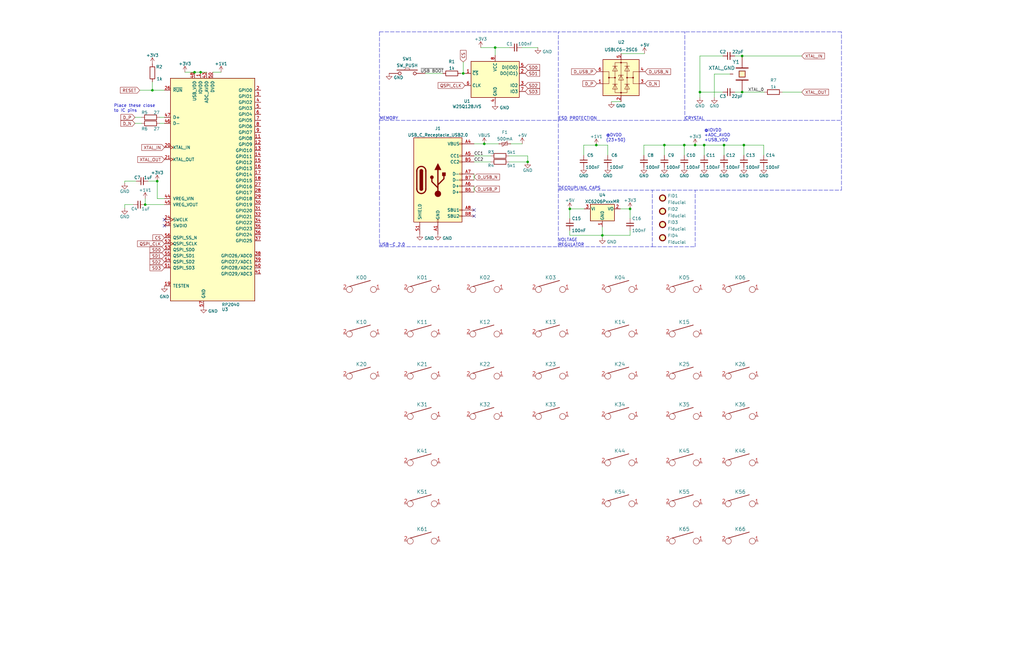
<source format=kicad_sch>
(kicad_sch (version 20211123) (generator eeschema)
  (paper "B")
  (lib_symbols
    (symbol "Connector:USB_C_Receptacle_USB2.0" (pin_names (offset 1.016))
      (property "Reference" "J" (at -10.16 19.05 0))
      (property "Value" "USB_C_Receptacle_USB2.0" (at 19.05 19.05 0))
      (symbol "USB_C_Receptacle_USB2.0_0_0"
        (rectangle (start -0.254 -17.78) (end 0.254 -16.764))
        (rectangle (start 10.16 -14.986) (end 9.144 -15.494))
        (rectangle (start 10.16 -12.446) (end 9.144 -12.954))
        (rectangle (start 10.16 -4.826) (end 9.144 -5.334))
        (rectangle (start 10.16 -2.286) (end 9.144 -2.794))
        (rectangle (start 10.16 0.254) (end 9.144 -0.254))
        (rectangle (start 10.16 2.794) (end 9.144 2.286))
        (rectangle (start 10.16 7.874) (end 9.144 7.366))
        (rectangle (start 10.16 10.414) (end 9.144 9.906))
        (rectangle (start 10.16 15.494) (end 9.144 14.986))
      )
      (symbol "USB_C_Receptacle_USB2.0_0_1"
        (rectangle (start -10.16 17.78) (end 10.16 -17.78) (stroke (width 0.254)) (fill (type background)))
        (arc (start -8.89 -3.81) (mid -6.985 -5.715) (end -5.08 -3.81) (stroke (width 0.508)))
        (arc (start -7.62 -3.81) (mid -6.985 -4.445) (end -6.35 -3.81) (stroke (width 0.254)))
        (arc (start -7.62 -3.81) (mid -6.985 -4.445) (end -6.35 -3.81) (stroke (width 0.254)) (fill (type outline)))
        (rectangle (start -7.62 -3.81) (end -6.35 3.81) (stroke (width 0.254)) (fill (type outline)))
        (arc (start -6.35 3.81) (mid -6.985 4.445) (end -7.62 3.81) (stroke (width 0.254)))
        (arc (start -6.35 3.81) (mid -6.985 4.445) (end -7.62 3.81) (stroke (width 0.254)) (fill (type outline)))
        (arc (start -5.08 3.81) (mid -6.985 5.715) (end -8.89 3.81) (stroke (width 0.508)))
        (circle (center -2.54 1.143) (radius 0.635) (stroke (width 0.254)) (fill (type outline)))
        (circle (center 0 -5.842) (radius 1.27) (fill (type outline)))
        (polyline (pts (xy -8.89 -3.81) (xy -8.89 3.81)) (stroke (width 0.508)))
        (polyline (pts (xy -5.08 3.81) (xy -5.08 -3.81)) (stroke (width 0.508)))
        (polyline (pts (xy 0 -5.842) (xy 0 4.318)) (stroke (width 0.508)))
        (polyline (pts (xy 0 -3.302) (xy -2.54 -0.762) (xy -2.54 0.508)) (stroke (width 0.508)))
        (polyline (pts (xy 0 -2.032) (xy 2.54 0.508) (xy 2.54 1.778)) (stroke (width 0.508)))
        (polyline (pts (xy -1.27 4.318) (xy 0 6.858) (xy 1.27 4.318) (xy -1.27 4.318)) (stroke (width 0.254)) (fill (type outline)))
        (rectangle (start 1.905 1.778) (end 3.175 3.048) (stroke (width 0.254)) (fill (type outline)))
      )
      (symbol "USB_C_Receptacle_USB2.0_1_1"
        (pin passive line (at 0 -22.86 90) (length 5.08) (name "GND") (number "A1"))
        (pin passive line (at 0 -22.86 90) (length 5.08) hide (name "GND") (number "A12"))
        (pin passive line (at 15.24 15.24 180) (length 5.08) (name "VBUS") (number "A4"))
        (pin bidirectional line (at 15.24 10.16 180) (length 5.08) (name "CC1") (number "A5"))
        (pin bidirectional line (at 15.24 -2.54 180) (length 5.08) (name "D+") (number "A6"))
        (pin bidirectional line (at 15.24 2.54 180) (length 5.08) (name "D-") (number "A7"))
        (pin bidirectional line (at 15.24 -12.7 180) (length 5.08) (name "SBU1") (number "A8"))
        (pin passive line (at 15.24 15.24 180) (length 5.08) hide (name "VBUS") (number "A9"))
        (pin passive line (at 0 -22.86 90) (length 5.08) hide (name "GND") (number "B1"))
        (pin passive line (at 0 -22.86 90) (length 5.08) hide (name "GND") (number "B12"))
        (pin passive line (at 15.24 15.24 180) (length 5.08) hide (name "VBUS") (number "B4"))
        (pin bidirectional line (at 15.24 7.62 180) (length 5.08) (name "CC2") (number "B5"))
        (pin bidirectional line (at 15.24 -5.08 180) (length 5.08) (name "D+") (number "B6"))
        (pin bidirectional line (at 15.24 0 180) (length 5.08) (name "D-") (number "B7"))
        (pin bidirectional line (at 15.24 -15.24 180) (length 5.08) (name "SBU2") (number "B8"))
        (pin passive line (at 15.24 15.24 180) (length 5.08) hide (name "VBUS") (number "B9"))
        (pin passive line (at -7.62 -22.86 90) (length 5.08) (name "SHIELD") (number "S1"))
      )
    )
    (symbol "Device:C_Small" (pin_numbers hide) (pin_names (offset 0.254) hide)
      (property "Reference" "C" (at 0.254 1.778 0))
      (property "Value" "C_Small" (at 0.254 -2.032 0))
      (symbol "C_Small_0_1"
        (polyline (pts (xy -1.524 -0.508) (xy 1.524 -0.508)) (stroke (width 0.3302)))
        (polyline (pts (xy -1.524 0.508) (xy 1.524 0.508)) (stroke (width 0.3048)))
      )
      (symbol "C_Small_1_1"
        (pin passive line (at 0 2.54 270) (length 2.032) (name "~") (number "1"))
        (pin passive line (at 0 -2.54 90) (length 2.032) (name "~") (number "2"))
      )
    )
    (symbol "Device:Polyfuse_Small" (pin_numbers hide) (pin_names (offset 0))
      (property "Reference" "F" (at -1.905 0 90))
      (property "Value" "Polyfuse_Small" (at 1.905 0 90))
      (symbol "Polyfuse_Small_0_1"
        (rectangle (start -0.508 1.27) (end 0.508 -1.27))
        (polyline (pts (xy 0 2.54) (xy 0 -2.54)))
        (polyline (pts (xy -1.016 1.27) (xy -1.016 0.762) (xy 1.016 -0.762) (xy 1.016 -1.27)))
      )
      (symbol "Polyfuse_Small_1_1"
        (pin passive line (at 0 2.54 270) (length 0.635) (name "~") (number "1"))
        (pin passive line (at 0 -2.54 90) (length 0.635) (name "~") (number "2"))
      )
    )
    (symbol "Device:R" (pin_numbers hide) (pin_names (offset 0))
      (property "Reference" "R" (at 2.032 0 90))
      (property "Value" "R" (at 0 0 90))
      (symbol "R_0_1"
        (rectangle (start -1.016 -2.54) (end 1.016 2.54) (stroke (width 0.254)))
      )
      (symbol "R_1_1"
        (pin passive line (at 0 3.81 270) (length 1.27) (name "~") (number "1"))
        (pin passive line (at 0 -3.81 90) (length 1.27) (name "~") (number "2"))
      )
    )
    (symbol "Mechanical:Fiducial"
      (property "Reference" "FID" (at 0 5.08 0))
      (property "Value" "Fiducial" (at 0 3.175 0))
      (symbol "Fiducial_0_1"
        (circle (center 0 0) (radius 1.27) (stroke (width 0.508)) (fill (type background)))
      )
    )
    (symbol "Memory_Flash:W25Q128JVS"
      (property "Reference" "U" (at -8.89 8.89 0))
      (property "Value" "W25Q128JVS" (at 7.62 8.89 0))
      (symbol "W25Q128JVS_0_1"
        (rectangle (start -10.16 7.62) (end 10.16 -7.62) (stroke (width 0.254)) (fill (type background)))
      )
      (symbol "W25Q128JVS_1_1"
        (pin input line (at -12.7 2.54 0) (length 2.54) (name "~{CS}") (number "1"))
        (pin bidirectional line (at 12.7 2.54 180) (length 2.54) (name "DO(IO1)") (number "2"))
        (pin bidirectional line (at 12.7 -2.54 180) (length 2.54) (name "IO2") (number "3"))
        (pin power_in line (at 0 -10.16 90) (length 2.54) (name "GND") (number "4"))
        (pin bidirectional line (at 12.7 5.08 180) (length 2.54) (name "DI(IO0)") (number "5"))
        (pin input line (at -12.7 -2.54 0) (length 2.54) (name "CLK") (number "6"))
        (pin bidirectional line (at 12.7 -5.08 180) (length 2.54) (name "IO3") (number "7"))
        (pin power_in line (at 0 10.16 270) (length 2.54) (name "VCC") (number "8"))
      )
    )
    (symbol "Power_Protection:USBLC6-2SC6" (pin_names hide)
      (property "Reference" "U" (at 2.54 8.89 0))
      (property "Value" "USBLC6-2SC6" (at 2.54 -8.89 0))
      (symbol "USBLC6-2SC6_0_1"
        (rectangle (start -7.62 -7.62) (end 7.62 7.62) (stroke (width 0.254)) (fill (type background)))
        (circle (center -5.08 0) (radius 0.254) (fill (type outline)))
        (circle (center -2.54 0) (radius 0.254) (fill (type outline)))
        (rectangle (start -2.54 6.35) (end 2.54 -6.35))
        (circle (center 0 -6.35) (radius 0.254) (fill (type outline)))
        (polyline (pts (xy -5.08 -2.54) (xy -7.62 -2.54)))
        (polyline (pts (xy -5.08 0) (xy -5.08 -2.54)))
        (polyline (pts (xy -5.08 2.54) (xy -7.62 2.54)))
        (polyline (pts (xy -1.524 -2.794) (xy -3.556 -2.794)))
        (polyline (pts (xy -1.524 4.826) (xy -3.556 4.826)))
        (polyline (pts (xy 0 -7.62) (xy 0 -6.35)))
        (polyline (pts (xy 0 -6.35) (xy 0 1.27)))
        (polyline (pts (xy 0 1.27) (xy 0 6.35)))
        (polyline (pts (xy 0 6.35) (xy 0 7.62)))
        (polyline (pts (xy 1.524 -2.794) (xy 3.556 -2.794)))
        (polyline (pts (xy 1.524 4.826) (xy 3.556 4.826)))
        (polyline (pts (xy 5.08 -2.54) (xy 7.62 -2.54)))
        (polyline (pts (xy 5.08 0) (xy 5.08 -2.54)))
        (polyline (pts (xy 5.08 2.54) (xy 7.62 2.54)))
        (polyline (pts (xy -2.54 0) (xy -5.08 0) (xy -5.08 2.54)))
        (polyline (pts (xy 2.54 0) (xy 5.08 0) (xy 5.08 2.54)))
        (polyline (pts (xy -3.556 -4.826) (xy -1.524 -4.826) (xy -2.54 -2.794) (xy -3.556 -4.826)))
        (polyline (pts (xy -3.556 2.794) (xy -1.524 2.794) (xy -2.54 4.826) (xy -3.556 2.794)))
        (polyline (pts (xy -1.016 -1.016) (xy 1.016 -1.016) (xy 0 1.016) (xy -1.016 -1.016)))
        (polyline (pts (xy 1.016 1.016) (xy 0.762 1.016) (xy -1.016 1.016) (xy -1.016 0.508)))
        (polyline (pts (xy 3.556 -4.826) (xy 1.524 -4.826) (xy 2.54 -2.794) (xy 3.556 -4.826)))
        (polyline (pts (xy 3.556 2.794) (xy 1.524 2.794) (xy 2.54 4.826) (xy 3.556 2.794)))
        (circle (center 0 6.35) (radius 0.254) (fill (type outline)))
        (circle (center 2.54 0) (radius 0.254) (fill (type outline)))
        (circle (center 5.08 0) (radius 0.254) (fill (type outline)))
      )
      (symbol "USBLC6-2SC6_1_1"
        (pin passive line (at -10.16 -2.54 0) (length 2.54) (name "I/O1") (number "1"))
        (pin passive line (at 0 -10.16 90) (length 2.54) (name "GND") (number "2"))
        (pin passive line (at 10.16 -2.54 180) (length 2.54) (name "I/O2") (number "3"))
        (pin passive line (at 10.16 2.54 180) (length 2.54) (name "I/O2") (number "4"))
        (pin passive line (at 0 10.16 270) (length 2.54) (name "VBUS") (number "5"))
        (pin passive line (at -10.16 2.54 0) (length 2.54) (name "I/O1") (number "6"))
      )
    )
    (symbol "Regulator_Linear:XC6206PxxxMR" (pin_names (offset 0.254))
      (property "Reference" "U" (at -3.81 3.175 0))
      (property "Value" "XC6206PxxxMR" (at 0 3.175 0))
      (symbol "XC6206PxxxMR_0_1"
        (rectangle (start -5.08 1.905) (end 5.08 -5.08) (stroke (width 0.254)) (fill (type background)))
      )
      (symbol "XC6206PxxxMR_1_1"
        (pin power_in line (at 0 -7.62 90) (length 2.54) (name "GND") (number "1"))
        (pin power_out line (at 7.62 0 180) (length 2.54) (name "VO") (number "2"))
        (pin power_in line (at -7.62 0 0) (length 2.54) (name "VI") (number "3"))
      )
    )
    (symbol "SleepLib:RP2040" (pin_names (offset 1.016))
      (property "Reference" "U" (at 8.89 51.435 0))
      (property "Value" "RP2040" (at 8.89 48.895 0))
      (symbol "RP2040_0_0"
        (rectangle (start -17.78 -45.72) (end 17.78 48.26) (stroke (width 0.254)) (fill (type background)))
      )
      (symbol "RP2040_1_1"
        (pin power_in line (at -5.08 50.8 270) (length 2.54) (name "IOVDD") (number "1"))
        (pin power_in line (at -5.08 50.8 270) (length 2.54) hide (name "IOVDD") (number "10"))
        (pin input line (at 20.32 22.86 180) (length 2.54) (name "GPIO8") (number "11"))
        (pin input line (at 20.32 20.32 180) (length 2.54) (name "GPIO9") (number "12"))
        (pin input line (at 20.32 17.78 180) (length 2.54) (name "GPIO10") (number "13"))
        (pin input line (at 20.32 15.24 180) (length 2.54) (name "GPIO11") (number "14"))
        (pin input line (at 20.32 12.7 180) (length 2.54) (name "GPIO12") (number "15"))
        (pin input line (at 20.32 10.16 180) (length 2.54) (name "GPIO13") (number "16"))
        (pin input line (at 20.32 7.62 180) (length 2.54) (name "GPIO14") (number "17"))
        (pin input line (at 20.32 5.08 180) (length 2.54) (name "GPIO15") (number "18"))
        (pin input line (at -20.32 -39.37 0) (length 2.54) (name "TESTEN") (number "19"))
        (pin input line (at 20.32 43.18 180) (length 2.54) (name "GPIO0") (number "2"))
        (pin input clock (at -20.32 19.05 0) (length 2.54) (name "XTAL_IN") (number "20"))
        (pin input clock (at -20.32 13.97 0) (length 2.54) (name "XTAL_OUT") (number "21"))
        (pin power_in line (at -5.08 50.8 270) (length 2.54) hide (name "IOVDD") (number "22"))
        (pin power_in line (at 0 50.8 270) (length 2.54) hide (name "DVDD") (number "23"))
        (pin input clock (at -20.32 -11.43 0) (length 2.54) (name "SWCLK") (number "24"))
        (pin bidirectional line (at -20.32 -13.97 0) (length 2.54) (name "SWDIO") (number "25"))
        (pin input line (at -20.32 43.18 0) (length 2.54) (name "~{RUN}") (number "26"))
        (pin input line (at 20.32 2.54 180) (length 2.54) (name "GPIO16") (number "27"))
        (pin input line (at 20.32 0 180) (length 2.54) (name "GPIO17") (number "28"))
        (pin input line (at 20.32 -2.54 180) (length 2.54) (name "GPIO18") (number "29"))
        (pin input line (at 20.32 40.64 180) (length 2.54) (name "GPIO1") (number "3"))
        (pin input line (at 20.32 -5.08 180) (length 2.54) (name "GPIO19") (number "30"))
        (pin input line (at 20.32 -7.62 180) (length 2.54) (name "GPIO20") (number "31"))
        (pin input line (at 20.32 -10.16 180) (length 2.54) (name "GPIO21") (number "32"))
        (pin power_in line (at -5.08 50.8 270) (length 2.54) hide (name "IOVDD") (number "33"))
        (pin input line (at 20.32 -12.7 180) (length 2.54) (name "GPIO22") (number "34"))
        (pin input line (at 20.32 -15.24 180) (length 2.54) (name "GPIO23") (number "35"))
        (pin input line (at 20.32 -17.78 180) (length 2.54) (name "GPIO24") (number "36"))
        (pin input line (at 20.32 -20.32 180) (length 2.54) (name "GPIO25") (number "37"))
        (pin input line (at 20.32 -26.67 180) (length 2.54) (name "GPIO26/ADC0") (number "38"))
        (pin input line (at 20.32 -29.21 180) (length 2.54) (name "GPIO27/ADC1") (number "39"))
        (pin input line (at 20.32 38.1 180) (length 2.54) (name "GPIO2") (number "4"))
        (pin input line (at 20.32 -31.75 180) (length 2.54) (name "GPIO28/ADC2") (number "40"))
        (pin input line (at 20.32 -34.29 180) (length 2.54) (name "GPIO29/ADC3") (number "41"))
        (pin power_in line (at -5.08 50.8 270) (length 2.54) hide (name "IOVDD") (number "42"))
        (pin power_in line (at -2.54 50.8 270) (length 2.54) (name "ADC_AVDD") (number "43"))
        (pin power_in line (at -20.32 -2.54 0) (length 2.54) (name "VREG_VIN") (number "44"))
        (pin power_out line (at -20.32 -5.08 0) (length 2.54) (name "VREG_VOUT") (number "45"))
        (pin bidirectional line (at -20.32 29.21 0) (length 2.54) (name "D-") (number "46"))
        (pin bidirectional line (at -20.32 31.75 0) (length 2.54) (name "D+") (number "47"))
        (pin power_in line (at -7.62 50.8 270) (length 2.54) (name "USB_VDD") (number "48"))
        (pin power_in line (at -5.08 50.8 270) (length 2.54) hide (name "IOVDD") (number "49"))
        (pin input line (at 20.32 35.56 180) (length 2.54) (name "GPIO3") (number "5"))
        (pin power_in line (at 0 50.8 270) (length 2.54) (name "DVDD") (number "50"))
        (pin bidirectional line (at -20.32 -31.75 0) (length 2.54) (name "QSPI_SD3") (number "51"))
        (pin input clock (at -20.32 -21.59 0) (length 2.54) (name "QSPI_SCLK") (number "52"))
        (pin bidirectional line (at -20.32 -24.13 0) (length 2.54) (name "QSPI_SD0") (number "53"))
        (pin bidirectional line (at -20.32 -29.21 0) (length 2.54) (name "QSPI_SD2") (number "54"))
        (pin bidirectional line (at -20.32 -26.67 0) (length 2.54) (name "QSPI_SD1") (number "55"))
        (pin bidirectional line (at -20.32 -19.05 0) (length 2.54) (name "QSPI_SS_N") (number "56"))
        (pin power_in line (at -3.81 -48.26 90) (length 2.54) (name "GND") (number "57"))
        (pin input line (at 20.32 33.02 180) (length 2.54) (name "GPIO4") (number "6"))
        (pin input line (at 20.32 30.48 180) (length 2.54) (name "GPIO5") (number "7"))
        (pin input line (at 20.32 27.94 180) (length 2.54) (name "GPIO6") (number "8"))
        (pin input line (at 20.32 25.4 180) (length 2.54) (name "GPIO7") (number "9"))
      )
    )
    (symbol "keyboard_parts:KEYSW" (pin_names (offset 1.016))
      (property "Reference" "K?" (at -1.27 0 0))
      (symbol "KEYSW_0_1"
        (circle (center -5.08 0) (radius 1.27))
        (polyline (pts (xy -5.08 1.27) (xy 3.81 3.81)) (stroke (width 0.254)))
        (circle (center 5.08 0) (radius 1.27))
      )
      (symbol "KEYSW_1_1"
        (pin passive line (at 7.62 0 180) (length 1.27) (name "~") (number "1"))
        (pin passive line (at -7.62 0 0) (length 1.27) (name "~") (number "2"))
      )
    )
    (symbol "keyboard_parts:SW_PUSH" (pin_numbers hide) (pin_names (offset 1.016) hide)
      (property "Reference" "SW" (at 3.81 2.794 0))
      (property "Value" "SW_PUSH" (at 0 -2.032 0))
      (symbol "SW_PUSH_0_1"
        (rectangle (start -4.318 1.27) (end 4.318 1.524))
        (polyline (pts (xy -1.016 1.524) (xy -0.762 2.286) (xy 0.762 2.286) (xy 1.016 1.524)))
        (pin passive inverted (at -7.62 0 0) (length 5.08) (name "1") (number "1"))
        (pin passive inverted (at 7.62 0 180) (length 5.08) (name "2") (number "2"))
      )
    )
    (symbol "keyboard_parts:XTAL_GND" (pin_numbers hide) (pin_names (offset 1.016) hide)
      (property "Reference" "X" (at 0 3.81 0))
      (property "Value" "XTAL_GND" (at 0 -3.81 0))
      (symbol "XTAL_GND_0_1"
        (polyline (pts (xy -2.54 2.54) (xy -2.54 -2.54)) (stroke (width 0.4064)))
        (polyline (pts (xy 2.54 2.54) (xy 2.54 -2.54)) (stroke (width 0.4064)))
        (polyline (pts (xy -1.27 1.27) (xy 1.27 1.27) (xy 1.27 -1.27) (xy -1.27 -1.27) (xy -1.27 1.27)) (stroke (width 0.3048)) (fill (type background)))
      )
      (symbol "XTAL_GND_1_1"
        (pin passive line (at -7.62 0 0) (length 5.08) (name "1") (number "1"))
        (pin passive line (at 7.62 0 180) (length 5.08) (name "2") (number "2"))
        (pin passive line (at 0 -5.08 90) (length 1.27) (name "~") (number "3"))
      )
    )
    (symbol "power:+1V1" (power) (pin_names (offset 0))
      (property "Value" "+1V1" (at 0 3.556 0))
      (symbol "+1V1_0_1"
        (polyline (pts (xy -0.762 1.27) (xy 0 2.54)))
        (polyline (pts (xy 0 0) (xy 0 2.54)))
        (polyline (pts (xy 0 2.54) (xy 0.762 1.27)))
      )
      (symbol "+1V1_1_1"
        (pin power_in line (at 0 0 90) (length 0) hide (name "+1V1") (number "1"))
      )
    )
    (symbol "power:+3V3" (power) (pin_names (offset 0))
      (property "Value" "+3V3" (at 0 3.556 0))
      (symbol "+3V3_0_1"
        (polyline (pts (xy -0.762 1.27) (xy 0 2.54)))
        (polyline (pts (xy 0 0) (xy 0 2.54)))
        (polyline (pts (xy 0 2.54) (xy 0.762 1.27)))
      )
      (symbol "+3V3_1_1"
        (pin power_in line (at 0 0 90) (length 0) hide (name "+3V3") (number "1"))
      )
    )
    (symbol "power:+5V" (power) (pin_names (offset 0))
      (property "Value" "+5V" (at 0 3.556 0))
      (symbol "+5V_0_1"
        (polyline (pts (xy -0.762 1.27) (xy 0 2.54)))
        (polyline (pts (xy 0 0) (xy 0 2.54)))
        (polyline (pts (xy 0 2.54) (xy 0.762 1.27)))
      )
      (symbol "+5V_1_1"
        (pin power_in line (at 0 0 90) (length 0) hide (name "+5V") (number "1"))
      )
    )
    (symbol "power:GND" (power) (pin_names (offset 0))
      (property "Value" "GND" (at 0 -3.81 0))
      (symbol "GND_0_1"
        (polyline (pts (xy 0 0) (xy 0 -1.27) (xy 1.27 -1.27) (xy 0 -2.54) (xy -1.27 -1.27) (xy 0 -1.27)))
      )
      (symbol "GND_1_1"
        (pin power_in line (at 0 0 270) (length 0) hide (name "GND") (number "1"))
      )
    )
    (symbol "power:VBUS" (power) (pin_names (offset 0))
      (property "Value" "VBUS" (at 0 3.81 0))
      (symbol "VBUS_0_1"
        (polyline (pts (xy -0.762 1.27) (xy 0 2.54)))
        (polyline (pts (xy 0 0) (xy 0 2.54)))
        (polyline (pts (xy 0 2.54) (xy 0.762 1.27)))
      )
      (symbol "VBUS_1_1"
        (pin power_in line (at 0 0 90) (length 0) hide (name "VBUS") (number "1"))
      )
    )
  )
  (junction (at 195.326 30.988))
  (junction (at 66.294 76.454))
  (junction (at 84.582 30.48))
  (junction (at 312.928 23.622))
  (junction (at 280.162 61.214))
  (junction (at 313.69 61.214))
  (junction (at 293.116 61.214))
  (junction (at 251.46 61.214))
  (junction (at 265.684 88.138))
  (junction (at 208.788 20.066))
  (junction (at 296.926 61.214))
  (junction (at 204.216 60.706))
  (junction (at 222.504 68.326))
  (junction (at 240.284 88.138))
  (junction (at 64.262 38.1))
  (junction (at 61.214 86.36))
  (junction (at 288.544 61.214))
  (junction (at 254 99.314))
  (junction (at 295.148 38.862))
  (junction (at 312.928 38.862))
  (junction (at 82.042 30.48))
  (junction (at 305.308 61.214))
  (no_connect (at 199.898 91.186))
  (no_connect (at 199.898 88.646))
  (no_connect (at 69.342 95.25))
  (no_connect (at 69.342 92.71))
  (wire (pts (xy 77.978 30.48) (xy 82.042 30.48)))
  (wire (pts (xy 66.294 83.82) (xy 66.294 76.454)))
  (polyline (pts (xy 160.02 13.462) (xy 160.02 50.8)))
  (wire (pts (xy 271.526 65.532) (xy 271.526 61.214)))
  (wire (pts (xy 251.46 61.214) (xy 246.126 61.214)))
  (wire (pts (xy 89.662 30.48) (xy 93.218 30.48)))
  (wire (pts (xy 251.46 61.214) (xy 256.286 61.214)))
  (polyline (pts (xy 235.458 104.14) (xy 235.458 50.8)))
  (wire (pts (xy 296.926 61.214) (xy 305.308 61.214)))
  (wire (pts (xy 288.544 61.214) (xy 280.162 61.214)))
  (polyline (pts (xy 160.02 13.462) (xy 235.458 13.462)))
  (wire (pts (xy 56.134 86.36) (xy 52.578 86.36)))
  (wire (pts (xy 204.216 60.706) (xy 210.312 60.706)))
  (polyline (pts (xy 235.458 50.8) (xy 235.458 13.462)))
  (wire (pts (xy 240.284 99.314) (xy 240.284 97.282)))
  (wire (pts (xy 288.544 61.214) (xy 288.544 65.532)))
  (polyline (pts (xy 288.798 13.462) (xy 235.458 13.462)))
  (wire (pts (xy 261.874 22.606) (xy 271.78 22.606)))
  (wire (pts (xy 309.88 23.622) (xy 312.928 23.622)))
  (polyline (pts (xy 354.838 50.546) (xy 354.838 13.462)))
  (wire (pts (xy 312.928 38.862) (xy 322.326 38.862)))
  (wire (pts (xy 304.8 23.622) (xy 295.148 23.622)))
  (wire (pts (xy 58.928 38.1) (xy 64.262 38.1)))
  (wire (pts (xy 301.244 31.242) (xy 301.244 41.148)))
  (wire (pts (xy 309.88 38.862) (xy 312.928 38.862)))
  (wire (pts (xy 179.324 30.988) (xy 186.69 30.988)))
  (wire (pts (xy 199.898 60.706) (xy 204.216 60.706)))
  (wire (pts (xy 338.074 23.622) (xy 312.928 23.622)))
  (wire (pts (xy 67.31 52.07) (xy 69.342 52.07)))
  (wire (pts (xy 194.31 30.988) (xy 195.326 30.988)))
  (wire (pts (xy 199.898 78.486) (xy 199.898 81.026)))
  (wire (pts (xy 195.326 30.988) (xy 196.088 30.988)))
  (wire (pts (xy 57.404 76.454) (xy 52.578 76.454)))
  (wire (pts (xy 296.926 65.532) (xy 296.926 61.214)))
  (wire (pts (xy 82.042 30.48) (xy 84.582 30.48)))
  (wire (pts (xy 52.578 86.36) (xy 52.578 87.884)))
  (wire (pts (xy 313.69 61.214) (xy 322.072 61.214)))
  (wire (pts (xy 56.896 49.53) (xy 59.69 49.53)))
  (wire (pts (xy 62.484 76.454) (xy 66.294 76.454)))
  (polyline (pts (xy 354.838 13.462) (xy 288.798 13.462)))
  (polyline (pts (xy 288.798 50.8) (xy 354.838 50.8)))
  (wire (pts (xy 254 99.314) (xy 254 95.758)))
  (wire (pts (xy 257.81 42.926) (xy 261.874 42.926)))
  (wire (pts (xy 61.214 86.36) (xy 69.342 86.36)))
  (wire (pts (xy 219.964 20.066) (xy 226.822 20.066)))
  (wire (pts (xy 254 100.33) (xy 254 99.314)))
  (polyline (pts (xy 235.458 50.8) (xy 288.798 50.8)))
  (polyline (pts (xy 235.458 80.264) (xy 354.838 80.264)))
  (wire (pts (xy 295.148 38.862) (xy 304.8 38.862)))
  (wire (pts (xy 214.63 65.786) (xy 222.504 65.786)))
  (wire (pts (xy 265.684 88.138) (xy 265.684 92.202)))
  (wire (pts (xy 64.262 38.1) (xy 69.342 38.1)))
  (polyline (pts (xy 160.02 50.8) (xy 235.458 50.8)))
  (wire (pts (xy 313.69 61.214) (xy 313.69 65.532)))
  (wire (pts (xy 265.684 99.314) (xy 254 99.314)))
  (wire (pts (xy 199.898 73.406) (xy 199.898 75.946)))
  (wire (pts (xy 261.62 88.138) (xy 265.684 88.138)))
  (wire (pts (xy 288.544 61.214) (xy 293.116 61.214)))
  (polyline (pts (xy 275.082 104.14) (xy 275.082 80.264)))
  (wire (pts (xy 254 99.314) (xy 240.284 99.314)))
  (wire (pts (xy 61.214 83.82) (xy 61.214 86.36)))
  (wire (pts (xy 208.788 23.368) (xy 208.788 20.066)))
  (wire (pts (xy 222.504 65.786) (xy 222.504 68.326)))
  (wire (pts (xy 295.148 38.862) (xy 295.148 41.148)))
  (wire (pts (xy 214.63 68.326) (xy 222.504 68.326)))
  (polyline (pts (xy 354.838 80.264) (xy 354.838 50.8)))
  (wire (pts (xy 329.946 38.862) (xy 338.074 38.862)))
  (wire (pts (xy 265.684 97.282) (xy 265.684 99.314)))
  (polyline (pts (xy 275.082 104.14) (xy 293.116 104.14)))
  (wire (pts (xy 293.116 61.214) (xy 296.926 61.214)))
  (wire (pts (xy 66.294 83.82) (xy 69.342 83.82)))
  (polyline (pts (xy 160.02 104.14) (xy 235.458 104.14)))
  (wire (pts (xy 84.582 30.48) (xy 87.122 30.48)))
  (wire (pts (xy 195.326 26.162) (xy 195.326 30.988)))
  (wire (pts (xy 199.898 65.786) (xy 207.01 65.786)))
  (polyline (pts (xy 160.02 50.8) (xy 160.02 104.14)))
  (polyline (pts (xy 288.798 50.8) (xy 288.798 13.462)))
  (wire (pts (xy 322.072 65.532) (xy 322.072 61.214)))
  (wire (pts (xy 208.788 20.066) (xy 214.884 20.066)))
  (wire (pts (xy 67.31 49.53) (xy 69.342 49.53)))
  (wire (pts (xy 271.526 61.214) (xy 280.162 61.214)))
  (wire (pts (xy 215.392 60.706) (xy 220.218 60.706)))
  (polyline (pts (xy 293.116 104.14) (xy 293.116 80.264)))
  (polyline (pts (xy 235.458 104.14) (xy 275.082 104.14)))
  (wire (pts (xy 305.308 61.214) (xy 305.308 65.532)))
  (wire (pts (xy 256.286 65.532) (xy 256.286 61.214)))
  (wire (pts (xy 301.244 31.242) (xy 307.848 31.242)))
  (wire (pts (xy 305.308 61.214) (xy 313.69 61.214)))
  (wire (pts (xy 56.896 52.07) (xy 59.69 52.07)))
  (wire (pts (xy 240.284 88.138) (xy 240.284 92.202)))
  (wire (pts (xy 246.38 88.138) (xy 240.284 88.138)))
  (wire (pts (xy 280.162 61.214) (xy 280.162 65.532)))
  (wire (pts (xy 202.692 20.066) (xy 208.788 20.066)))
  (wire (pts (xy 199.898 68.326) (xy 207.01 68.326)))
  (wire (pts (xy 64.262 34.544) (xy 64.262 38.1)))
  (wire (pts (xy 295.148 23.622) (xy 295.148 38.862)))
  (wire (pts (xy 246.126 65.532) (xy 246.126 61.214)))
  (wire (pts (xy 52.578 76.454) (xy 52.578 77.216)))
  (text "VOLTAGE \nREGULATOR" (at 235.458 104.14 0) (effects (font (size 1.27 1.27)) (justify left bottom)))
  (text "USB-C 2.0" (at 160.02 104.14 0) (effects (font (size 1.27 1.27)) (justify left bottom)))
  (text "ESD PROTECTION" (at 235.458 50.8 0) (effects (font (size 1.27 1.27)) (justify left bottom)))
  (text "CRYSTAL" (at 288.798 50.8 0) (effects (font (size 1.27 1.27)) (justify left bottom)))
  (text "DECOUPLING CAPS" (at 235.458 80.264 0) (effects (font (size 1.27 1.27)) (justify left bottom)))
  (text "@DVDD\n(23+50)" (at 255.524 59.944 0) (effects (font (size 1.27 1.27)) (justify left bottom)))
  (text "Place these close\nto IC pins" (at 48.006 47.498 0) (effects (font (size 1.27 1.27)) (justify left bottom)))
  (text "@IOVDD\n+ADC_AVDD\n+USB_VDD" (at 296.926 59.944 0) (effects (font (size 1.27 1.27)) (justify left bottom)))
  (text "MEMORY" (at 160.02 50.8 0) (effects (font (size 1.27 1.27)) (justify left bottom)))
  (label "XTAL_0" (at 315.468 38.862 0))
  (label "~{USB BOOT}" (at 177.292 30.988 0))
  (label "CC2" (at 199.898 68.326 0))
  (label "CC1" (at 199.898 65.786 0))
  (global_label "D_P" (shape input) (at 56.896 49.53 180) (property "Intersheet References" "${INTERSHEET_REFS}" (effects hide)))
  (global_label "D_P" (shape input) (at 251.714 35.306 180) (property "Intersheet References" "${INTERSHEET_REFS}" (effects hide)))
  (global_label "QSPI_CLK" (shape input) (at 196.088 36.068 180) (property "Intersheet References" "${INTERSHEET_REFS}" (effects hide)))
  (global_label "D_USB_P" (shape input) (at 251.714 30.226 180) (property "Intersheet References" "${INTERSHEET_REFS}" (effects hide)))
  (global_label "SD1" (shape input) (at 69.342 107.95 180) (property "Intersheet References" "${INTERSHEET_REFS}" (effects hide)))
  (global_label "XTAL_OUT" (shape input) (at 69.342 67.31 180) (property "Intersheet References" "${INTERSHEET_REFS}" (effects hide)))
  (global_label "D_USB_P" (shape input) (at 199.898 79.756 0) (property "Intersheet References" "${INTERSHEET_REFS}" (effects hide)))
  (global_label "SD0" (shape input) (at 69.342 105.41 180) (property "Intersheet References" "${INTERSHEET_REFS}" (effects hide)))
  (global_label "XTAL_IN" (shape input) (at 338.074 23.622 0) (property "Intersheet References" "${INTERSHEET_REFS}" (effects hide)))
  (global_label "XTAL_OUT" (shape input) (at 338.074 38.862 0) (property "Intersheet References" "${INTERSHEET_REFS}" (effects hide)))
  (global_label "SD2" (shape input) (at 221.488 36.068 0) (property "Intersheet References" "${INTERSHEET_REFS}" (effects hide)))
  (global_label "SD0" (shape input) (at 221.488 28.448 0) (property "Intersheet References" "${INTERSHEET_REFS}" (effects hide)))
  (global_label "XTAL_IN" (shape input) (at 69.342 62.23 180) (property "Intersheet References" "${INTERSHEET_REFS}" (effects hide)))
  (global_label "D_N" (shape input) (at 56.896 52.07 180) (property "Intersheet References" "${INTERSHEET_REFS}" (effects hide)))
  (global_label "D_N" (shape input) (at 272.034 35.306 0) (property "Intersheet References" "${INTERSHEET_REFS}" (effects hide)))
  (global_label "SD1" (shape input) (at 221.488 30.988 0) (property "Intersheet References" "${INTERSHEET_REFS}" (effects hide)))
  (global_label "D_USB_N" (shape input) (at 199.898 74.676 0) (property "Intersheet References" "${INTERSHEET_REFS}" (effects hide)))
  (global_label "RESET" (shape input) (at 58.928 38.1 180) (property "Intersheet References" "${INTERSHEET_REFS}" (effects hide)))
  (global_label "SD3" (shape input) (at 69.342 113.03 180) (property "Intersheet References" "${INTERSHEET_REFS}" (effects hide)))
  (global_label "CS" (shape input) (at 69.342 100.33 180) (property "Intersheet References" "${INTERSHEET_REFS}" (effects hide)))
  (global_label "D_USB_N" (shape input) (at 272.034 30.226 0) (property "Intersheet References" "${INTERSHEET_REFS}" (effects hide)))
  (global_label "SD3" (shape input) (at 221.488 38.608 0) (property "Intersheet References" "${INTERSHEET_REFS}" (effects hide)))
  (global_label "QSPI_CLK" (shape input) (at 69.342 102.87 180) (property "Intersheet References" "${INTERSHEET_REFS}" (effects hide)))
  (global_label "CS" (shape input) (at 195.326 26.162 90) (property "Intersheet References" "${INTERSHEET_REFS}" (effects hide)))
  (global_label "SD2" (shape input) (at 69.342 110.49 180) (property "Intersheet References" "${INTERSHEET_REFS}" (effects hide)))
  (symbol (lib_id "power:GND") (at 85.852 129.54 0) (unit 1)
    (property "Reference" "#PWR?" (effects hide))
    (property "Value" "GND" (at 87.757 131.289 0) (effects (justify left)))
  )
  (symbol (lib_id "power:GND") (at 226.822 20.066 0) (unit 1)
    (property "Reference" "#PWR?" (effects hide))
    (property "Value" "GND" (at 228.727 21.815 0) (effects (justify left)))
  )
  (symbol (lib_id "Device:C_Small") (at 288.544 68.072 0) (unit 1)
    (property "Reference" "C10" (at 291.338 65.532 0))
    (property "Value" "100nF" (at 292.354 70.612 0))
  )
  (symbol (lib_id "keyboard_parts:KEYSW") (at 261.366 122.174 0) (unit 1)
    (property "Reference" "K04" (at 261.366 117.1121 0) (effects (font (size 1.524 1.524))))
    (property "Value" "KEYSW" (effects hide))
  )
  (symbol (lib_id "keyboard_parts:KEYSW") (at 204.47 140.97 0) (unit 1)
    (property "Reference" "K12" (at 204.47 135.9081 0) (effects (font (size 1.524 1.524))))
    (property "Value" "KEYSW" (effects hide))
  )
  (symbol (lib_id "power:+3V3") (at 202.692 20.066 0) (unit 1)
    (property "Reference" "#PWR?" (effects hide))
    (property "Value" "+3V3" (at 202.692 16.4615 0))
  )
  (symbol (lib_id "keyboard_parts:KEYSW") (at 232.156 175.768 0) (unit 1)
    (property "Reference" "K33" (at 232.156 170.7061 0) (effects (font (size 1.524 1.524))))
    (property "Value" "KEYSW" (effects hide))
  )
  (symbol (lib_id "power:+3V3") (at 64.262 26.924 0) (unit 1)
    (property "Reference" "#PWR?" (effects hide))
    (property "Value" "+3V3" (at 64.262 23.3195 0))
  )
  (symbol (lib_id "Device:C_Small") (at 280.162 68.072 0) (unit 1)
    (property "Reference" "C9" (at 282.956 65.532 0))
    (property "Value" "100nF" (at 283.972 70.612 0))
  )
  (symbol (lib_id "power:GND") (at 208.788 43.688 0) (unit 1)
    (property "Reference" "#PWR?" (effects hide))
    (property "Value" "GND" (at 210.693 45.437 0) (effects (justify left)))
  )
  (symbol (lib_id "power:GND") (at 296.926 70.612 0) (unit 1)
    (property "Reference" "#PWR?" (effects hide))
    (property "Value" "GND" (at 294.894 74.168 0) (effects (justify left)))
  )
  (symbol (lib_id "Device:R") (at 63.5 52.07 270) (unit 1)
    (property "Reference" "R6" (at 60.96 54.356 90))
    (property "Value" "27" (at 66.04 54.356 90))
  )
  (symbol (lib_id "Device:C_Small") (at 240.284 94.742 0) (unit 1)
    (property "Reference" "C15" (at 243.078 92.202 0))
    (property "Value" "100nF" (at 244.094 97.282 0))
  )
  (symbol (lib_id "Device:R") (at 190.5 30.988 90) (unit 1)
    (property "Reference" "R1" (at 190.5 26.0055 90))
    (property "Value" "1k" (at 190.5 28.7806 90))
  )
  (symbol (lib_id "power:GND") (at 177.038 98.806 0) (unit 1)
    (property "Reference" "#PWR?" (effects hide))
    (property "Value" "GND" (at 178.943 100.555 0) (effects (justify left)))
  )
  (symbol (lib_id "power:GND") (at 222.504 68.326 0) (unit 1)
    (property "Reference" "#PWR?" (effects hide))
    (property "Value" "GND" (at 220.472 71.882 0) (effects (justify left)))
  )
  (symbol (lib_id "power:GND") (at 301.244 41.148 0) (unit 1)
    (property "Reference" "#PWR?" (effects hide))
    (property "Value" "GND" (at 299.212 44.704 0) (effects (justify left)))
  )
  (symbol (lib_id "power:GND") (at 288.544 70.612 0) (unit 1)
    (property "Reference" "#PWR?" (effects hide))
    (property "Value" "GND" (at 286.512 74.168 0) (effects (justify left)))
  )
  (symbol (lib_id "keyboard_parts:KEYSW") (at 288.544 158.75 0) (unit 1)
    (property "Reference" "K25" (at 288.544 153.6881 0) (effects (font (size 1.524 1.524))))
    (property "Value" "KEYSW" (effects hide))
  )
  (symbol (lib_id "keyboard_parts:KEYSW") (at 288.544 195.326 0) (unit 1)
    (property "Reference" "K45" (at 288.544 190.2641 0) (effects (font (size 1.524 1.524))))
    (property "Value" "KEYSW" (effects hide))
  )
  (symbol (lib_id "keyboard_parts:KEYSW") (at 261.366 195.326 0) (unit 1)
    (property "Reference" "K44" (at 261.366 190.2641 0) (effects (font (size 1.524 1.524))))
    (property "Value" "KEYSW" (effects hide))
  )
  (symbol (lib_id "keyboard_parts:KEYSW") (at 312.166 175.768 0) (unit 1)
    (property "Reference" "K36" (at 312.166 170.7061 0) (effects (font (size 1.524 1.524))))
    (property "Value" "KEYSW" (effects hide))
  )
  (symbol (lib_id "keyboard_parts:KEYSW") (at 288.544 212.598 0) (unit 1)
    (property "Reference" "K55" (at 288.544 207.5361 0) (effects (font (size 1.524 1.524))))
    (property "Value" "KEYSW" (effects hide))
  )
  (symbol (lib_id "power:+3V3") (at 293.116 61.214 0) (unit 1)
    (property "Reference" "#PWR?" (effects hide))
    (property "Value" "+3V3" (at 293.116 57.6095 0))
  )
  (symbol (lib_id "power:GND") (at 271.526 70.612 0) (unit 1)
    (property "Reference" "#PWR?" (effects hide))
    (property "Value" "GND" (at 269.494 74.168 0) (effects (justify left)))
  )
  (symbol (lib_id "keyboard_parts:KEYSW") (at 152.4 140.97 0) (unit 1)
    (property "Reference" "K10" (at 152.4 135.9081 0) (effects (font (size 1.524 1.524))))
    (property "Value" "KEYSW" (effects hide))
  )
  (symbol (lib_id "keyboard_parts:KEYSW") (at 312.166 195.326 0) (unit 1)
    (property "Reference" "K46" (at 312.166 190.2641 0) (effects (font (size 1.524 1.524))))
    (property "Value" "KEYSW" (effects hide))
  )
  (symbol (lib_id "Device:C_Small") (at 59.944 76.454 90) (unit 1)
    (property "Reference" "C7" (at 57.912 74.93 90))
    (property "Value" "1uF" (at 62.484 74.93 90))
  )
  (symbol (lib_id "power:GND") (at 305.308 70.612 0) (unit 1)
    (property "Reference" "#PWR?" (effects hide))
    (property "Value" "GND" (at 303.276 74.168 0) (effects (justify left)))
  )
  (symbol (lib_id "Power_Protection:USBLC6-2SC6") (at 261.874 32.766 0) (unit 1)
    (property "Reference" "U2" (at 260.604 17.78 0) (effects (justify left)))
    (property "Value" "USBLC6-2SC6" (at 254.8966 20.9486 0) (effects (justify left)))
    (property "Footprint" "Package_TO_SOT_SMD:SOT-23-6" (effects hide))
    (property "Datasheet" "https://www.st.com/resource/en/datasheet/usblc6-2.pdf" (effects hide))
  )
  (symbol (lib_id "Device:C_Small") (at 322.072 68.072 0) (unit 1)
    (property "Reference" "C14" (at 324.866 65.532 0))
    (property "Value" "100nF" (at 325.882 70.612 0))
  )
  (symbol (lib_id "Device:C_Small") (at 307.34 23.622 90) (unit 1)
    (property "Reference" "C2" (at 304.8 21.844 90))
    (property "Value" "22pF" (at 311.15 21.844 90))
  )
  (symbol (lib_id "Device:R") (at 63.5 49.53 90) (unit 1)
    (property "Reference" "R5" (at 60.96 47.498 90))
    (property "Value" "27" (at 66.04 47.498 90))
  )
  (symbol (lib_id "Device:C_Small") (at 313.69 68.072 0) (unit 1)
    (property "Reference" "C13" (at 316.484 65.532 0))
    (property "Value" "100nF" (at 317.5 70.612 0))
  )
  (symbol (lib_id "keyboard_parts:KEYSW") (at 261.366 175.768 0) (unit 1)
    (property "Reference" "K34" (at 261.366 170.7061 0) (effects (font (size 1.524 1.524))))
    (property "Value" "KEYSW" (effects hide))
  )
  (symbol (lib_id "keyboard_parts:KEYSW") (at 261.366 212.598 0) (unit 1)
    (property "Reference" "K54" (at 261.366 207.5361 0) (effects (font (size 1.524 1.524))))
    (property "Value" "KEYSW" (effects hide))
  )
  (symbol (lib_id "Device:C_Small") (at 307.34 38.862 90) (unit 1)
    (property "Reference" "C3" (at 304.8 40.64 90))
    (property "Value" "22pF" (at 310.896 40.64 90))
  )
  (symbol (lib_id "keyboard_parts:KEYSW") (at 178.054 122.174 0) (unit 1)
    (property "Reference" "K01" (at 178.054 117.1121 0) (effects (font (size 1.524 1.524))))
    (property "Value" "KEYSW" (effects hide))
  )
  (symbol (lib_id "power:GND") (at 184.658 98.806 0) (unit 1)
    (property "Reference" "#PWR?" (effects hide))
    (property "Value" "GND" (at 186.563 100.555 0) (effects (justify left)))
  )
  (symbol (lib_id "keyboard_parts:KEYSW") (at 204.47 122.174 0) (unit 1)
    (property "Reference" "K02" (at 204.47 117.1121 0) (effects (font (size 1.524 1.524))))
    (property "Value" "KEYSW" (effects hide))
  )
  (symbol (lib_id "keyboard_parts:KEYSW") (at 288.544 228.346 0) (unit 1)
    (property "Reference" "K65" (at 288.544 223.2841 0) (effects (font (size 1.524 1.524))))
    (property "Value" "KEYSW" (effects hide))
  )
  (symbol (lib_id "Device:C_Small") (at 256.286 68.072 0) (unit 1)
    (property "Reference" "C6" (at 259.08 65.532 0))
    (property "Value" "100nF" (at 260.096 70.612 0))
  )
  (symbol (lib_id "Device:R") (at 210.82 68.326 90) (unit 1)
    (property "Reference" "R4" (at 207.01 69.85 90))
    (property "Value" "5k1" (at 215.646 69.85 90))
  )
  (symbol (lib_id "power:GND") (at 52.578 77.216 0) (unit 1)
    (property "Reference" "#PWR?" (effects hide))
    (property "Value" "GND" (at 50.546 80.772 0) (effects (justify left)))
  )
  (symbol (lib_id "Device:C_Small") (at 246.126 68.072 0) (unit 1)
    (property "Reference" "C5" (at 248.92 65.532 0))
    (property "Value" "100nF" (at 249.936 70.612 0))
  )
  (symbol (lib_id "keyboard_parts:KEYSW") (at 232.156 140.97 0) (unit 1)
    (property "Reference" "K13" (at 232.156 135.9081 0) (effects (font (size 1.524 1.524))))
    (property "Value" "KEYSW" (effects hide))
  )
  (symbol (lib_id "keyboard_parts:KEYSW") (at 178.054 195.326 0) (unit 1)
    (property "Reference" "K41" (at 178.054 190.2641 0) (effects (font (size 1.524 1.524))))
    (property "Value" "KEYSW" (effects hide))
  )
  (symbol (lib_id "power:GND") (at 254 100.33 0) (unit 1)
    (property "Reference" "#PWR?" (effects hide))
    (property "Value" "GND" (at 255.905 102.079 0) (effects (justify left)))
  )
  (symbol (lib_id "keyboard_parts:KEYSW") (at 312.166 122.174 0) (unit 1)
    (property "Reference" "K06" (at 312.166 117.1121 0) (effects (font (size 1.524 1.524))))
    (property "Value" "KEYSW" (effects hide))
  )
  (symbol (lib_id "keyboard_parts:KEYSW") (at 178.054 228.346 0) (unit 1)
    (property "Reference" "K61" (at 178.054 223.2841 0) (effects (font (size 1.524 1.524))))
    (property "Value" "KEYSW" (effects hide))
  )
  (symbol (lib_id "keyboard_parts:KEYSW") (at 204.47 158.75 0) (unit 1)
    (property "Reference" "K22" (at 204.47 153.6881 0) (effects (font (size 1.524 1.524))))
    (property "Value" "KEYSW" (effects hide))
  )
  (symbol (lib_id "keyboard_parts:KEYSW") (at 178.054 175.768 0) (unit 1)
    (property "Reference" "K31" (at 178.054 170.7061 0) (effects (font (size 1.524 1.524))))
    (property "Value" "KEYSW" (effects hide))
  )
  (symbol (lib_id "Device:C_Small") (at 296.926 68.072 0) (unit 1)
    (property "Reference" "C11" (at 299.72 65.532 0))
    (property "Value" "100nF" (at 300.736 70.612 0))
  )
  (symbol (lib_id "Mechanical:Fiducial") (at 279.4 83.566 0) (unit 1)
    (property "Reference" "FID1" (at 281.559 82.6575 0) (effects (justify left)))
    (property "Value" "Fiducial" (at 281.559 85.4326 0) (effects (justify left)))
  )
  (symbol (lib_id "power:+3V3") (at 66.294 76.454 0) (unit 1)
    (property "Reference" "#PWR?" (effects hide))
    (property "Value" "+3V3" (at 66.294 72.8495 0))
  )
  (symbol (lib_id "power:+5V") (at 240.284 88.138 0) (unit 1)
    (property "Reference" "#PWR?" (effects hide))
    (property "Value" "+5V" (at 240.284 84.5335 0))
  )
  (symbol (lib_id "power:VBUS") (at 204.216 60.706 0) (unit 1)
    (property "Reference" "#PWR?" (effects hide))
    (property "Value" "VBUS" (at 204.216 57.1015 0))
  )
  (symbol (lib_id "Memory_Flash:W25Q128JVS") (at 208.788 33.528 0) (unit 1)
    (property "Reference" "U1" (at 195.58 42.672 0) (effects (justify left)))
    (property "Value" "W25Q128JVS" (at 190.754 44.958 0) (effects (justify left)))
    (property "Footprint" "Package_SO:SOIC-8_5.23x5.23mm_P1.27mm" (effects hide))
    (property "Datasheet" "http://www.winbond.com/resource-files/w25q128jv_dtr%20revc%2003272018%20plus.pdf" (effects hide))
  )
  (symbol (lib_id "keyboard_parts:KEYSW") (at 232.156 122.174 0) (unit 1)
    (property "Reference" "K03" (at 232.156 117.1121 0) (effects (font (size 1.524 1.524))))
    (property "Value" "KEYSW" (effects hide))
  )
  (symbol (lib_id "power:GND") (at 257.81 42.926 0) (unit 1)
    (property "Reference" "#PWR?" (effects hide))
    (property "Value" "GND" (at 259.715 44.675 0) (effects (justify left)))
  )
  (symbol (lib_id "power:GND") (at 246.126 70.612 0) (unit 1)
    (property "Reference" "#PWR?" (effects hide))
    (property "Value" "GND" (at 244.094 74.168 0) (effects (justify left)))
  )
  (symbol (lib_id "power:GND") (at 164.084 30.988 0) (unit 1)
    (property "Reference" "#PWR?" (effects hide))
    (property "Value" "GND" (at 165.989 32.737 0) (effects (justify left)))
  )
  (symbol (lib_id "keyboard_parts:KEYSW") (at 288.544 175.768 0) (unit 1)
    (property "Reference" "K35" (at 288.544 170.7061 0) (effects (font (size 1.524 1.524))))
    (property "Value" "KEYSW" (effects hide))
  )
  (symbol (lib_id "power:+5V") (at 220.218 60.706 0) (unit 1)
    (property "Reference" "#PWR?" (effects hide))
    (property "Value" "+5V" (at 220.218 57.1015 0))
  )
  (symbol (lib_id "power:GND") (at 313.69 70.612 0) (unit 1)
    (property "Reference" "#PWR?" (effects hide))
    (property "Value" "GND" (at 311.658 74.168 0) (effects (justify left)))
  )
  (symbol (lib_id "keyboard_parts:KEYSW") (at 288.544 140.97 0) (unit 1)
    (property "Reference" "K15" (at 288.544 135.9081 0) (effects (font (size 1.524 1.524))))
    (property "Value" "KEYSW" (effects hide))
  )
  (symbol (lib_id "Mechanical:Fiducial") (at 279.4 89.154 0) (unit 1)
    (property "Reference" "FID2" (at 281.559 88.2455 0) (effects (justify left)))
    (property "Value" "Fiducial" (at 281.559 91.0206 0) (effects (justify left)))
  )
  (symbol (lib_id "Device:R") (at 64.262 30.734 0) (unit 1)
    (property "Reference" "R2" (at 65.786 28.194 0) (effects (justify left)))
    (property "Value" "1k" (at 66.04 33.274 0) (effects (justify left)))
  )
  (symbol (lib_id "keyboard_parts:KEYSW") (at 178.054 140.97 0) (unit 1)
    (property "Reference" "K11" (at 178.054 135.9081 0) (effects (font (size 1.524 1.524))))
    (property "Value" "KEYSW" (effects hide))
  )
  (symbol (lib_id "Mechanical:Fiducial") (at 279.4 100.33 0) (unit 1)
    (property "Reference" "FID4" (at 281.559 99.4215 0) (effects (justify left)))
    (property "Value" "Fiducial" (at 281.559 102.1966 0) (effects (justify left)))
  )
  (symbol (lib_id "Connector:USB_C_Receptacle_USB2.0") (at 184.658 75.946 0) (unit 1)
    (property "Reference" "J1" (at 184.658 54.1995 0))
    (property "Value" "USB_C_Receptacle_USB2.0" (at 184.658 56.9746 0))
    (property "Datasheet" "https://www.usb.org/sites/default/files/documents/usb_type-c.zip" (effects hide))
  )
  (symbol (lib_id "Device:R") (at 210.82 65.786 90) (unit 1)
    (property "Reference" "R3" (at 207.01 64.262 90))
    (property "Value" "5k1" (at 215.646 64.262 90))
  )
  (symbol (lib_id "Device:C_Small") (at 305.308 68.072 0) (unit 1)
    (property "Reference" "C12" (at 308.102 65.532 0))
    (property "Value" "100nF" (at 309.118 70.612 0))
  )
  (symbol (lib_id "keyboard_parts:KEYSW") (at 261.366 158.75 0) (unit 1)
    (property "Reference" "K24" (at 261.366 153.6881 0) (effects (font (size 1.524 1.524))))
    (property "Value" "KEYSW" (effects hide))
  )
  (symbol (lib_id "keyboard_parts:KEYSW") (at 152.4 122.174 0) (unit 1)
    (property "Reference" "K00" (at 152.4 117.1121 0) (effects (font (size 1.524 1.524))))
    (property "Value" "KEYSW" (effects hide))
  )
  (symbol (lib_id "keyboard_parts:KEYSW") (at 178.054 158.75 0) (unit 1)
    (property "Reference" "K21" (at 178.054 153.6881 0) (effects (font (size 1.524 1.524))))
    (property "Value" "KEYSW" (effects hide))
  )
  (symbol (lib_id "keyboard_parts:KEYSW") (at 204.47 175.768 0) (unit 1)
    (property "Reference" "K32" (at 204.47 170.7061 0) (effects (font (size 1.524 1.524))))
    (property "Value" "KEYSW" (effects hide))
  )
  (symbol (lib_id "keyboard_parts:KEYSW") (at 288.544 122.174 0) (unit 1)
    (property "Reference" "K05" (at 288.544 117.1121 0) (effects (font (size 1.524 1.524))))
    (property "Value" "KEYSW" (effects hide))
  )
  (symbol (lib_id "keyboard_parts:KEYSW") (at 152.4 158.75 0) (unit 1)
    (property "Reference" "K20" (at 152.4 153.6881 0) (effects (font (size 1.524 1.524))))
    (property "Value" "KEYSW" (effects hide))
  )
  (symbol (lib_id "Device:C_Small") (at 271.526 68.072 0) (unit 1)
    (property "Reference" "C8" (at 274.32 65.532 0))
    (property "Value" "100nF" (at 275.336 70.612 0))
  )
  (symbol (lib_id "power:+3V3") (at 77.978 30.48 0) (unit 1)
    (property "Reference" "#PWR?" (effects hide))
    (property "Value" "+3V3" (at 77.978 26.8755 0))
  )
  (symbol (lib_id "power:GND") (at 256.286 70.612 0) (unit 1)
    (property "Reference" "#PWR?" (effects hide))
    (property "Value" "GND" (at 254.254 74.168 0) (effects (justify left)))
  )
  (symbol (lib_id "keyboard_parts:KEYSW") (at 261.366 140.97 0) (unit 1)
    (property "Reference" "K14" (at 261.366 135.9081 0) (effects (font (size 1.524 1.524))))
    (property "Value" "KEYSW" (effects hide))
  )
  (symbol (lib_id "power:+5V") (at 271.78 22.606 0) (unit 1)
    (property "Reference" "#PWR?" (effects hide))
    (property "Value" "+5V" (at 271.78 19.0015 0))
  )
  (symbol (lib_id "power:+1V1") (at 251.46 61.214 0) (unit 1)
    (property "Reference" "#PWR?" (effects hide))
    (property "Value" "+1V1" (at 251.46 57.6095 0))
  )
  (symbol (lib_id "SleepLib:RP2040") (at 89.662 81.28 0) (unit 1)
    (property "Reference" "U3" (at 93.472 130.556 0) (effects (justify left)))
    (property "Value" "RP2040" (at 93.472 128.524 0) (effects (justify left)))
    (property "Footprint" "Sleep-Lib:RP2040-QFN-56" (effects hide))
    (property "Datasheet" "https://datasheets.raspberrypi.com/rp2040/rp2040-datasheet.pdf" (effects hide))
  )
  (symbol (lib_id "keyboard_parts:KEYSW") (at 312.166 158.75 0) (unit 1)
    (property "Reference" "K26" (at 312.166 153.6881 0) (effects (font (size 1.524 1.524))))
    (property "Value" "KEYSW" (effects hide))
  )
  (symbol (lib_id "Device:C_Small") (at 217.424 20.066 90) (unit 1)
    (property "Reference" "C1" (at 214.884 18.542 90))
    (property "Value" "100nF" (at 221.488 18.542 90))
  )
  (symbol (lib_id "keyboard_parts:XTAL_GND") (at 312.928 31.242 270) (unit 1)
    (property "Reference" "Y1" (at 308.864 26.162 90) (effects (font (size 1.524 1.524)) (justify left)))
    (property "Value" "XTAL_GND" (at 298.704 28.702 90) (effects (font (size 1.524 1.524)) (justify left)))
  )
  (symbol (lib_id "power:GND") (at 69.342 120.65 0) (unit 1)
    (property "Reference" "#PWR?" (effects hide))
    (property "Value" "GND" (at 69.342 125.2125 0))
  )
  (symbol (lib_id "power:GND") (at 280.162 70.612 0) (unit 1)
    (property "Reference" "#PWR?" (effects hide))
    (property "Value" "GND" (at 278.13 74.168 0) (effects (justify left)))
  )
  (symbol (lib_id "keyboard_parts:KEYSW") (at 312.166 212.598 0) (unit 1)
    (property "Reference" "K56" (at 312.166 207.5361 0) (effects (font (size 1.524 1.524))))
    (property "Value" "KEYSW" (effects hide))
  )
  (symbol (lib_id "power:GND") (at 52.578 87.884 0) (unit 1)
    (property "Reference" "#PWR?" (effects hide))
    (property "Value" "GND" (at 50.546 91.44 0) (effects (justify left)))
  )
  (symbol (lib_id "Device:C_Small") (at 58.674 86.36 90) (unit 1)
    (property "Reference" "C4" (at 56.642 88.138 90))
    (property "Value" "1uF" (at 61.468 88.138 90))
  )
  (symbol (lib_id "keyboard_parts:KEYSW") (at 232.156 158.75 0) (unit 1)
    (property "Reference" "K23" (at 232.156 153.6881 0) (effects (font (size 1.524 1.524))))
    (property "Value" "KEYSW" (effects hide))
  )
  (symbol (lib_id "Device:Polyfuse_Small") (at 212.852 60.706 90) (unit 1)
    (property "Reference" "F1" (at 212.852 55.8505 90))
    (property "Value" "500mA" (at 212.852 58.6256 90))
  )
  (symbol (lib_id "keyboard_parts:KEYSW") (at 312.166 228.346 0) (unit 1)
    (property "Reference" "K66" (at 312.166 223.2841 0) (effects (font (size 1.524 1.524))))
    (property "Value" "KEYSW" (effects hide))
  )
  (symbol (lib_id "power:+1V1") (at 93.218 30.48 0) (unit 1)
    (property "Reference" "#PWR?" (effects hide))
    (property "Value" "+1V1" (at 93.218 26.8755 0))
  )
  (symbol (lib_id "keyboard_parts:KEYSW") (at 178.054 212.598 0) (unit 1)
    (property "Reference" "K51" (at 178.054 207.5361 0) (effects (font (size 1.524 1.524))))
    (property "Value" "KEYSW" (effects hide))
  )
  (symbol (lib_id "Device:C_Small") (at 265.684 94.742 0) (unit 1)
    (property "Reference" "C16" (at 268.478 92.202 0))
    (property "Value" "100nF" (at 269.494 97.282 0))
  )
  (symbol (lib_id "Mechanical:Fiducial") (at 279.4 94.742 0) (unit 1)
    (property "Reference" "FID3" (at 281.559 93.8335 0) (effects (justify left)))
    (property "Value" "Fiducial" (at 281.559 96.6086 0) (effects (justify left)))
  )
  (symbol (lib_id "power:GND") (at 322.072 70.612 0) (unit 1)
    (property "Reference" "#PWR?" (effects hide))
    (property "Value" "GND" (at 320.04 74.168 0) (effects (justify left)))
  )
  (symbol (lib_id "power:+3V3") (at 265.684 88.138 0) (unit 1)
    (property "Reference" "#PWR?" (effects hide))
    (property "Value" "+3V3" (at 265.684 84.5335 0))
  )
  (symbol (lib_id "Regulator_Linear:XC6206PxxxMR") (at 254 88.138 0) (unit 1)
    (property "Reference" "U4" (at 254 82.2665 0))
    (property "Value" "XC6206PxxxMR" (at 254 85.0416 0))
    (property "Footprint" "Package_TO_SOT_SMD:SOT-23" (effects hide))
    (property "Datasheet" "https://www.torexsemi.com/file/xc6206/XC6206.pdf" (effects hide))
  )
  (symbol (lib_id "power:GND") (at 295.148 41.148 0) (unit 1)
    (property "Reference" "#PWR?" (effects hide))
    (property "Value" "GND" (at 293.116 44.704 0) (effects (justify left)))
  )
  (symbol (lib_id "keyboard_parts:SW_PUSH") (at 171.704 30.988 0) (unit 1)
    (property "Reference" "SW1" (at 171.704 24.8625 0))
    (property "Value" "SW_PUSH" (at 171.704 27.6376 0))
  )
  (symbol (lib_id "Device:R") (at 326.136 38.862 90) (unit 1)
    (property "Reference" "R7" (at 326.136 33.8795 90))
    (property "Value" "1k" (at 326.136 36.6546 90))
  )
  (symbol (lib_id "power:+1V1") (at 61.214 83.82 0) (unit 1)
    (property "Reference" "#PWR?" (effects hide))
    (property "Value" "+1V1" (at 61.214 80.2155 0))
  )
)
</source>
